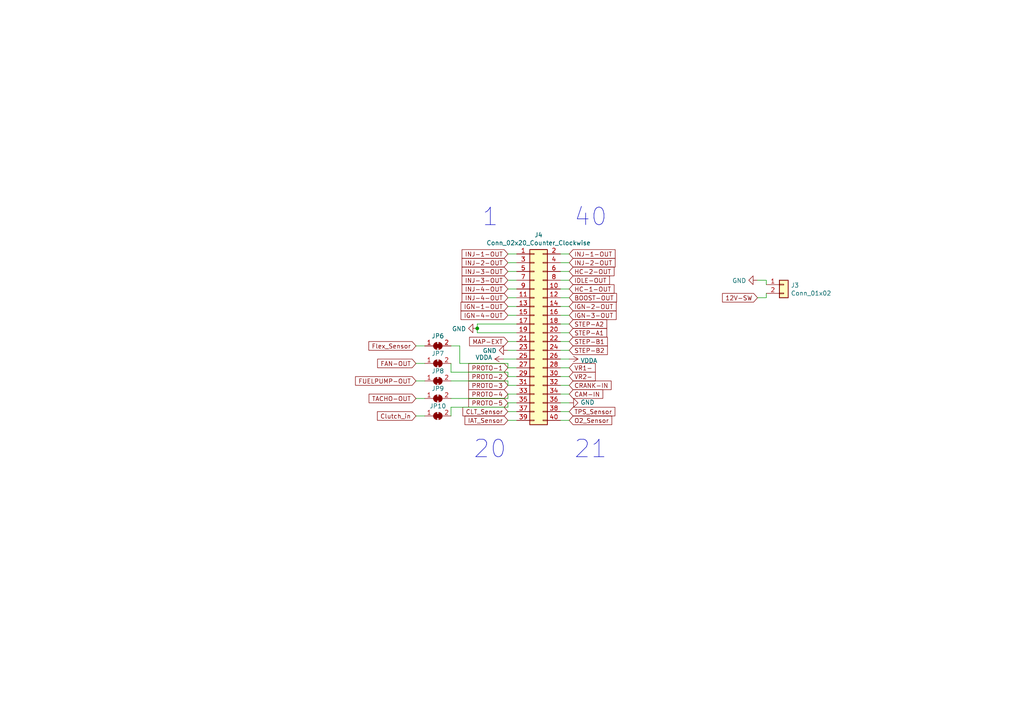
<source format=kicad_sch>
(kicad_sch (version 20230121) (generator eeschema)
  (paper "A4")
  (title_block (title "0.4") (date "2024-08-07") (rev "4e") (company "Speeduino") (comment 1 "Updated by Kenneth \"Cmdr_scotty\" Walters"))
  (lib_symbols
    (symbol "Connector_Generic:Conn_01x02" (pin_names (offset 1.016) hide)
      (property "Reference" "J" (at 0 2.54 0))
      (property "Value" "Conn_01x02" (at 0 -5.08 0))
      (symbol "Conn_01x02_1_1"
        (rectangle (start -1.27 -2.413) (end 0 -2.667) (stroke (width 0.1524)))
        (rectangle (start -1.27 0.127) (end 0 -0.127) (stroke (width 0.1524)))
        (rectangle (start -1.27 1.27) (end 1.27 -3.81) (stroke (width 0.254)) (fill (type background)))
        (pin passive line (at -5.08 0 0) (length 3.81) (name "Pin_1") (number "1"))
        (pin passive line (at -5.08 -2.54 0) (length 3.81) (name "Pin_2") (number "2"))
      )
    )
    (symbol "Connector_Generic:Conn_02x20_Odd_Even" (pin_names (offset 1.016) hide)
      (property "Reference" "J" (at 1.27 25.4 0))
      (property "Value" "Conn_02x20_Odd_Even" (at 1.27 -27.94 0))
      (symbol "Conn_02x20_Odd_Even_1_1"
        (rectangle (start -1.27 -25.273) (end 0 -25.527) (stroke (width 0.1524)))
        (rectangle (start -1.27 -22.733) (end 0 -22.987) (stroke (width 0.1524)))
        (rectangle (start -1.27 -20.193) (end 0 -20.447) (stroke (width 0.1524)))
        (rectangle (start -1.27 -17.653) (end 0 -17.907) (stroke (width 0.1524)))
        (rectangle (start -1.27 -15.113) (end 0 -15.367) (stroke (width 0.1524)))
        (rectangle (start -1.27 -12.573) (end 0 -12.827) (stroke (width 0.1524)))
        (rectangle (start -1.27 -10.033) (end 0 -10.287) (stroke (width 0.1524)))
        (rectangle (start -1.27 -7.493) (end 0 -7.747) (stroke (width 0.1524)))
        (rectangle (start -1.27 -4.953) (end 0 -5.207) (stroke (width 0.1524)))
        (rectangle (start -1.27 -2.413) (end 0 -2.667) (stroke (width 0.1524)))
        (rectangle (start -1.27 0.127) (end 0 -0.127) (stroke (width 0.1524)))
        (rectangle (start -1.27 2.667) (end 0 2.413) (stroke (width 0.1524)))
        (rectangle (start -1.27 5.207) (end 0 4.953) (stroke (width 0.1524)))
        (rectangle (start -1.27 7.747) (end 0 7.493) (stroke (width 0.1524)))
        (rectangle (start -1.27 10.287) (end 0 10.033) (stroke (width 0.1524)))
        (rectangle (start -1.27 12.827) (end 0 12.573) (stroke (width 0.1524)))
        (rectangle (start -1.27 15.367) (end 0 15.113) (stroke (width 0.1524)))
        (rectangle (start -1.27 17.907) (end 0 17.653) (stroke (width 0.1524)))
        (rectangle (start -1.27 20.447) (end 0 20.193) (stroke (width 0.1524)))
        (rectangle (start -1.27 22.987) (end 0 22.733) (stroke (width 0.1524)))
        (rectangle (start -1.27 24.13) (end 3.81 -26.67) (stroke (width 0.254)) (fill (type background)))
        (rectangle (start 3.81 -25.273) (end 2.54 -25.527) (stroke (width 0.1524)))
        (rectangle (start 3.81 -22.733) (end 2.54 -22.987) (stroke (width 0.1524)))
        (rectangle (start 3.81 -20.193) (end 2.54 -20.447) (stroke (width 0.1524)))
        (rectangle (start 3.81 -17.653) (end 2.54 -17.907) (stroke (width 0.1524)))
        (rectangle (start 3.81 -15.113) (end 2.54 -15.367) (stroke (width 0.1524)))
        (rectangle (start 3.81 -12.573) (end 2.54 -12.827) (stroke (width 0.1524)))
        (rectangle (start 3.81 -10.033) (end 2.54 -10.287) (stroke (width 0.1524)))
        (rectangle (start 3.81 -7.493) (end 2.54 -7.747) (stroke (width 0.1524)))
        (rectangle (start 3.81 -4.953) (end 2.54 -5.207) (stroke (width 0.1524)))
        (rectangle (start 3.81 -2.413) (end 2.54 -2.667) (stroke (width 0.1524)))
        (rectangle (start 3.81 0.127) (end 2.54 -0.127) (stroke (width 0.1524)))
        (rectangle (start 3.81 2.667) (end 2.54 2.413) (stroke (width 0.1524)))
        (rectangle (start 3.81 5.207) (end 2.54 4.953) (stroke (width 0.1524)))
        (rectangle (start 3.81 7.747) (end 2.54 7.493) (stroke (width 0.1524)))
        (rectangle (start 3.81 10.287) (end 2.54 10.033) (stroke (width 0.1524)))
        (rectangle (start 3.81 12.827) (end 2.54 12.573) (stroke (width 0.1524)))
        (rectangle (start 3.81 15.367) (end 2.54 15.113) (stroke (width 0.1524)))
        (rectangle (start 3.81 17.907) (end 2.54 17.653) (stroke (width 0.1524)))
        (rectangle (start 3.81 20.447) (end 2.54 20.193) (stroke (width 0.1524)))
        (rectangle (start 3.81 22.987) (end 2.54 22.733) (stroke (width 0.1524)))
        (pin passive line (at -5.08 22.86 0) (length 3.81) (name "Pin_1") (number "1"))
        (pin passive line (at 7.62 12.7 180) (length 3.81) (name "Pin_10") (number "10"))
        (pin passive line (at -5.08 10.16 0) (length 3.81) (name "Pin_11") (number "11"))
        (pin passive line (at 7.62 10.16 180) (length 3.81) (name "Pin_12") (number "12"))
        (pin passive line (at -5.08 7.62 0) (length 3.81) (name "Pin_13") (number "13"))
        (pin passive line (at 7.62 7.62 180) (length 3.81) (name "Pin_14") (number "14"))
        (pin passive line (at -5.08 5.08 0) (length 3.81) (name "Pin_15") (number "15"))
        (pin passive line (at 7.62 5.08 180) (length 3.81) (name "Pin_16") (number "16"))
        (pin passive line (at -5.08 2.54 0) (length 3.81) (name "Pin_17") (number "17"))
        (pin passive line (at 7.62 2.54 180) (length 3.81) (name "Pin_18") (number "18"))
        (pin passive line (at -5.08 0 0) (length 3.81) (name "Pin_19") (number "19"))
        (pin passive line (at 7.62 22.86 180) (length 3.81) (name "Pin_2") (number "2"))
        (pin passive line (at 7.62 0 180) (length 3.81) (name "Pin_20") (number "20"))
        (pin passive line (at -5.08 -2.54 0) (length 3.81) (name "Pin_21") (number "21"))
        (pin passive line (at 7.62 -2.54 180) (length 3.81) (name "Pin_22") (number "22"))
        (pin passive line (at -5.08 -5.08 0) (length 3.81) (name "Pin_23") (number "23"))
        (pin passive line (at 7.62 -5.08 180) (length 3.81) (name "Pin_24") (number "24"))
        (pin passive line (at -5.08 -7.62 0) (length 3.81) (name "Pin_25") (number "25"))
        (pin passive line (at 7.62 -7.62 180) (length 3.81) (name "Pin_26") (number "26"))
        (pin passive line (at -5.08 -10.16 0) (length 3.81) (name "Pin_27") (number "27"))
        (pin passive line (at 7.62 -10.16 180) (length 3.81) (name "Pin_28") (number "28"))
        (pin passive line (at -5.08 -12.7 0) (length 3.81) (name "Pin_29") (number "29"))
        (pin passive line (at -5.08 20.32 0) (length 3.81) (name "Pin_3") (number "3"))
        (pin passive line (at 7.62 -12.7 180) (length 3.81) (name "Pin_30") (number "30"))
        (pin passive line (at -5.08 -15.24 0) (length 3.81) (name "Pin_31") (number "31"))
        (pin passive line (at 7.62 -15.24 180) (length 3.81) (name "Pin_32") (number "32"))
        (pin passive line (at -5.08 -17.78 0) (length 3.81) (name "Pin_33") (number "33"))
        (pin passive line (at 7.62 -17.78 180) (length 3.81) (name "Pin_34") (number "34"))
        (pin passive line (at -5.08 -20.32 0) (length 3.81) (name "Pin_35") (number "35"))
        (pin passive line (at 7.62 -20.32 180) (length 3.81) (name "Pin_36") (number "36"))
        (pin passive line (at -5.08 -22.86 0) (length 3.81) (name "Pin_37") (number "37"))
        (pin passive line (at 7.62 -22.86 180) (length 3.81) (name "Pin_38") (number "38"))
        (pin passive line (at -5.08 -25.4 0) (length 3.81) (name "Pin_39") (number "39"))
        (pin passive line (at 7.62 20.32 180) (length 3.81) (name "Pin_4") (number "4"))
        (pin passive line (at 7.62 -25.4 180) (length 3.81) (name "Pin_40") (number "40"))
        (pin passive line (at -5.08 17.78 0) (length 3.81) (name "Pin_5") (number "5"))
        (pin passive line (at 7.62 17.78 180) (length 3.81) (name "Pin_6") (number "6"))
        (pin passive line (at -5.08 15.24 0) (length 3.81) (name "Pin_7") (number "7"))
        (pin passive line (at 7.62 15.24 180) (length 3.81) (name "Pin_8") (number "8"))
        (pin passive line (at -5.08 12.7 0) (length 3.81) (name "Pin_9") (number "9"))
      )
    )
    (symbol "Jumper:SolderJumper_2_Bridged" (pin_names (offset 0) hide)
      (property "Reference" "JP" (at 0 2.032 0))
      (property "Value" "SolderJumper_2_Bridged" (at 0 -2.54 0))
      (symbol "SolderJumper_2_Bridged_0_1"
        (rectangle (start -0.508 0.508) (end 0.508 -0.508) (fill (type outline)))
        (arc (start -0.254 1.016) (mid -1.2656 0) (end -0.254 -1.016))
        (arc (start -0.254 1.016) (mid -1.2656 0) (end -0.254 -1.016) (fill (type outline)))
        (polyline (pts (xy -0.254 1.016) (xy -0.254 -1.016)))
        (polyline (pts (xy 0.254 1.016) (xy 0.254 -1.016)))
        (arc (start 0.254 -1.016) (mid 1.2656 0) (end 0.254 1.016))
        (arc (start 0.254 -1.016) (mid 1.2656 0) (end 0.254 1.016) (fill (type outline)))
      )
      (symbol "SolderJumper_2_Bridged_1_1"
        (pin passive line (at -3.81 0 0) (length 2.54) (name "A") (number "1"))
        (pin passive line (at 3.81 0 180) (length 2.54) (name "B") (number "2"))
      )
    )
    (symbol "power:GND" (power) (pin_names (offset 0))
      (property "Value" "GND" (at 0 -3.81 0))
      (symbol "GND_0_1"
        (polyline (pts (xy 0 0) (xy 0 -1.27) (xy 1.27 -1.27) (xy 0 -2.54) (xy -1.27 -1.27) (xy 0 -1.27)))
      )
      (symbol "GND_1_1"
        (pin power_in line (at 0 0 270) (length 0) hide (name "GND") (number "1"))
      )
    )
    (symbol "power:VDDA" (power) (pin_names (offset 0))
      (property "Value" "VDDA" (at 0 3.81 0))
      (symbol "VDDA_0_1"
        (polyline (pts (xy -0.762 1.27) (xy 0 2.54)))
        (polyline (pts (xy 0 0) (xy 0 2.54)))
        (polyline (pts (xy 0 2.54) (xy 0.762 1.27)))
      )
      (symbol "VDDA_1_1"
        (pin power_in line (at 0 0 90) (length 0) hide (name "VDDA") (number "1"))
      )
    )
  )
  (junction (at 138.43 95.25))
  (wire (pts (xy 149.86 119.38) (xy 147.32 119.38)))
  (wire (pts (xy 147.32 107.95) (xy 147.32 109.22)))
  (wire (pts (xy 130.81 118.11) (xy 147.32 118.11)))
  (wire (pts (xy 130.81 105.41) (xy 130.81 107.95)))
  (wire (pts (xy 120.65 105.41) (xy 123.19 105.41)))
  (wire (pts (xy 149.86 91.44) (xy 147.32 91.44)))
  (wire (pts (xy 165.1 104.14) (xy 162.56 104.14)))
  (wire (pts (xy 222.25 86.36) (xy 222.25 85.09)))
  (wire (pts (xy 149.86 114.3) (xy 147.32 114.3)))
  (wire (pts (xy 147.32 115.57) (xy 147.32 114.3)))
  (wire (pts (xy 120.65 120.65) (xy 123.19 120.65)))
  (wire (pts (xy 138.43 93.98) (xy 138.43 95.25)))
  (wire (pts (xy 162.56 96.52) (xy 165.1 96.52)))
  (wire (pts (xy 165.1 109.22) (xy 162.56 109.22)))
  (wire (pts (xy 147.32 105.41) (xy 147.32 106.68)))
  (wire (pts (xy 165.1 119.38) (xy 162.56 119.38)))
  (wire (pts (xy 165.1 86.36) (xy 162.56 86.36)))
  (wire (pts (xy 130.81 120.65) (xy 130.81 118.11)))
  (wire (pts (xy 130.81 115.57) (xy 147.32 115.57)))
  (wire (pts (xy 165.1 99.06) (xy 162.56 99.06)))
  (wire (pts (xy 219.71 81.28) (xy 222.25 81.28)))
  (wire (pts (xy 162.56 91.44) (xy 165.1 91.44)))
  (wire (pts (xy 222.25 81.28) (xy 222.25 82.55)))
  (wire (pts (xy 162.56 111.76) (xy 165.1 111.76)))
  (wire (pts (xy 147.32 118.11) (xy 147.32 116.84)))
  (wire (pts (xy 162.56 81.28) (xy 165.1 81.28)))
  (wire (pts (xy 120.65 100.33) (xy 123.19 100.33)))
  (wire (pts (xy 162.56 106.68) (xy 165.1 106.68)))
  (wire (pts (xy 147.32 78.74) (xy 149.86 78.74)))
  (wire (pts (xy 165.1 114.3) (xy 162.56 114.3)))
  (wire (pts (xy 162.56 73.66) (xy 165.1 73.66)))
  (wire (pts (xy 219.71 86.36) (xy 222.25 86.36)))
  (wire (pts (xy 146.05 104.14) (xy 149.86 104.14)))
  (wire (pts (xy 165.1 83.82) (xy 162.56 83.82)))
  (wire (pts (xy 147.32 83.82) (xy 149.86 83.82)))
  (wire (pts (xy 133.35 105.41) (xy 147.32 105.41)))
  (wire (pts (xy 147.32 99.06) (xy 149.86 99.06)))
  (wire (pts (xy 165.1 93.98) (xy 162.56 93.98)))
  (wire (pts (xy 149.86 76.2) (xy 147.32 76.2)))
  (wire (pts (xy 165.1 76.2) (xy 162.56 76.2)))
  (wire (pts (xy 120.65 115.57) (xy 123.19 115.57)))
  (wire (pts (xy 147.32 88.9) (xy 149.86 88.9)))
  (wire (pts (xy 149.86 96.52) (xy 138.43 96.52)))
  (wire (pts (xy 149.86 116.84) (xy 147.32 116.84)))
  (wire (pts (xy 130.81 107.95) (xy 147.32 107.95)))
  (wire (pts (xy 149.86 86.36) (xy 147.32 86.36)))
  (wire (pts (xy 162.56 116.84) (xy 165.1 116.84)))
  (wire (pts (xy 147.32 111.76) (xy 149.86 111.76)))
  (wire (pts (xy 149.86 81.28) (xy 147.32 81.28)))
  (wire (pts (xy 133.35 100.33) (xy 133.35 105.41)))
  (wire (pts (xy 147.32 73.66) (xy 149.86 73.66)))
  (wire (pts (xy 162.56 78.74) (xy 165.1 78.74)))
  (wire (pts (xy 147.32 110.49) (xy 147.32 111.76)))
  (wire (pts (xy 147.32 106.68) (xy 149.86 106.68)))
  (wire (pts (xy 120.65 110.49) (xy 123.19 110.49)))
  (wire (pts (xy 162.56 101.6) (xy 165.1 101.6)))
  (wire (pts (xy 130.81 100.33) (xy 133.35 100.33)))
  (wire (pts (xy 130.81 110.49) (xy 147.32 110.49)))
  (wire (pts (xy 147.32 101.6) (xy 149.86 101.6)))
  (wire (pts (xy 138.43 96.52) (xy 138.43 95.25)))
  (wire (pts (xy 162.56 121.92) (xy 165.1 121.92)))
  (wire (pts (xy 149.86 93.98) (xy 138.43 93.98)))
  (wire (pts (xy 147.32 121.92) (xy 149.86 121.92)))
  (wire (pts (xy 149.86 109.22) (xy 147.32 109.22)))
  (wire (pts (xy 165.1 88.9) (xy 162.56 88.9)))
  (text "21" (at 166.37 133.35 0) (effects (font (size 5.08 5.08)) (justify left bottom)))
  (text "20" (at 137.16 133.35 0) (effects (font (size 5.08 5.08)) (justify left bottom)))
  (text "40" (at 166.37 66.04 0) (effects (font (size 5.08 5.08)) (justify left bottom)))
  (text "1" (at 139.7 66.04 0) (effects (font (size 5.08 5.08)) (justify left bottom)))
  (global_label "IGN-4-OUT" (shape input) (at 147.32 91.44 180) (property "Intersheetrefs" "${INTERSHEET_REFS}" (effects hide)))
  (global_label "12V-SW" (shape input) (at 219.71 86.36 180) (property "Intersheetrefs" "${INTERSHEET_REFS}" (effects hide)))
  (global_label "Flex_Sensor" (shape input) (at 120.65 100.33 180) (property "Intersheetrefs" "${INTERSHEET_REFS}" (effects hide)))
  (global_label "CLT_Sensor" (shape input) (at 147.32 119.38 180) (property "Intersheetrefs" "${INTERSHEET_REFS}" (effects hide)))
  (global_label "FAN-OUT" (shape input) (at 120.65 105.41 180) (property "Intersheetrefs" "${INTERSHEET_REFS}" (effects hide)))
  (global_label "BOOST-OUT" (shape input) (at 165.1 86.36 0) (property "Intersheetrefs" "${INTERSHEET_REFS}" (effects hide)))
  (global_label "IAT_Sensor" (shape input) (at 147.32 121.92 180) (property "Intersheetrefs" "${INTERSHEET_REFS}" (effects hide)))
  (global_label "VR1-" (shape input) (at 165.1 106.68 0) (property "Intersheetrefs" "${INTERSHEET_REFS}" (effects hide)))
  (global_label "O2_Sensor" (shape input) (at 165.1 121.92 0) (property "Intersheetrefs" "${INTERSHEET_REFS}" (effects hide)))
  (global_label "STEP-A1" (shape input) (at 165.1 96.52 0) (property "Intersheetrefs" "${INTERSHEET_REFS}" (effects hide)))
  (global_label "INJ-1-OUT" (shape input) (at 147.32 73.66 180) (property "Intersheetrefs" "${INTERSHEET_REFS}" (effects hide)))
  (global_label "PROTO-4" (shape input) (at 147.32 114.3 180) (property "Intersheetrefs" "${INTERSHEET_REFS}" (effects hide)))
  (global_label "TPS_Sensor" (shape input) (at 165.1 119.38 0) (property "Intersheetrefs" "${INTERSHEET_REFS}" (effects hide)))
  (global_label "INJ-4-OUT" (shape input) (at 147.32 86.36 180) (property "Intersheetrefs" "${INTERSHEET_REFS}" (effects hide)))
  (global_label "INJ-3-OUT" (shape input) (at 147.32 81.28 180) (property "Intersheetrefs" "${INTERSHEET_REFS}" (effects hide)))
  (global_label "INJ-2-OUT" (shape input) (at 165.1 76.2 0) (property "Intersheetrefs" "${INTERSHEET_REFS}" (effects hide)))
  (global_label "TACHO-OUT" (shape input) (at 120.65 115.57 180) (property "Intersheetrefs" "${INTERSHEET_REFS}" (effects hide)))
  (global_label "VR2-" (shape input) (at 165.1 109.22 0) (property "Intersheetrefs" "${INTERSHEET_REFS}" (effects hide)))
  (global_label "PROTO-3" (shape input) (at 147.32 111.76 180) (property "Intersheetrefs" "${INTERSHEET_REFS}" (effects hide)))
  (global_label "PROTO-2" (shape input) (at 147.32 109.22 180) (property "Intersheetrefs" "${INTERSHEET_REFS}" (effects hide)))
  (global_label "INJ-2-OUT" (shape input) (at 147.32 76.2 180) (property "Intersheetrefs" "${INTERSHEET_REFS}" (effects hide)))
  (global_label "HC-2-OUT" (shape input) (at 165.1 78.74 0) (property "Intersheetrefs" "${INTERSHEET_REFS}" (effects hide)))
  (global_label "IGN-3-OUT" (shape input) (at 165.1 91.44 0) (property "Intersheetrefs" "${INTERSHEET_REFS}" (effects hide)))
  (global_label "CAM-IN" (shape input) (at 165.1 114.3 0) (property "Intersheetrefs" "${INTERSHEET_REFS}" (effects hide)))
  (global_label "HC-1-OUT" (shape input) (at 165.1 83.82 0) (property "Intersheetrefs" "${INTERSHEET_REFS}" (effects hide)))
  (global_label "MAP-EXT" (shape input) (at 147.32 99.06 180) (property "Intersheetrefs" "${INTERSHEET_REFS}" (effects hide)))
  (global_label "IDLE-OUT" (shape input) (at 165.1 81.28 0) (property "Intersheetrefs" "${INTERSHEET_REFS}" (effects hide)))
  (global_label "PROTO-1" (shape input) (at 147.32 106.68 180) (property "Intersheetrefs" "${INTERSHEET_REFS}" (effects hide)))
  (global_label "STEP-A2" (shape input) (at 165.1 93.98 0) (property "Intersheetrefs" "${INTERSHEET_REFS}" (effects hide)))
  (global_label "FUELPUMP-OUT" (shape input) (at 120.65 110.49 180) (property "Intersheetrefs" "${INTERSHEET_REFS}" (effects hide)))
  (global_label "STEP-B1" (shape input) (at 165.1 99.06 0) (property "Intersheetrefs" "${INTERSHEET_REFS}" (effects hide)))
  (global_label "Clutch_in" (shape input) (at 120.65 120.65 180) (property "Intersheetrefs" "${INTERSHEET_REFS}" (effects hide)))
  (global_label "INJ-1-OUT" (shape input) (at 165.1 73.66 0) (property "Intersheetrefs" "${INTERSHEET_REFS}" (effects hide)))
  (global_label "IGN-1-OUT" (shape input) (at 147.32 88.9 180) (property "Intersheetrefs" "${INTERSHEET_REFS}" (effects hide)))
  (global_label "INJ-4-OUT" (shape input) (at 147.32 83.82 180) (property "Intersheetrefs" "${INTERSHEET_REFS}" (effects hide)))
  (global_label "INJ-3-OUT" (shape input) (at 147.32 78.74 180) (property "Intersheetrefs" "${INTERSHEET_REFS}" (effects hide)))
  (global_label "CRANK-IN" (shape input) (at 165.1 111.76 0) (property "Intersheetrefs" "${INTERSHEET_REFS}" (effects hide)))
  (global_label "IGN-2-OUT" (shape input) (at 165.1 88.9 0) (property "Intersheetrefs" "${INTERSHEET_REFS}" (effects hide)))
  (global_label "PROTO-5" (shape input) (at 147.32 116.84 180) (property "Intersheetrefs" "${INTERSHEET_REFS}" (effects hide)))
  (global_label "STEP-B2" (shape input) (at 165.1 101.6 0) (property "Intersheetrefs" "${INTERSHEET_REFS}" (effects hide)))
  (symbol (lib_id "power:GND") (at 138.43 95.25 270) (unit 1)
    (property "Reference" "#PWR051" (effects hide))
    (property "Value" "GND" (at 135.1788 95.377 90) (effects (justify right)))
  )
  (symbol (lib_id "power:GND") (at 165.1 116.84 90) (unit 1)
    (property "Reference" "#PWR055" (effects hide))
    (property "Value" "GND" (at 168.3512 116.713 90) (effects (justify right)))
  )
  (symbol (lib_id "Connector_Generic:Conn_02x20_Odd_Even") (at 154.94 96.52 0) (unit 1)
    (property "Reference" "J4" (at 156.21 68.1482 0))
    (property "Value" "Conn_02x20_Counter_Clockwise" (at 156.21 70.4596 0))
    (property "Footprint" "Connector_IDC:IDC-Header_2x20_P2.54mm_Vertical" (effects hide))
  )
  (symbol (lib_id "power:VDDA") (at 165.1 104.14 270) (unit 1)
    (property "Reference" "#PWR054" (effects hide))
    (property "Value" "VDDA" (at 168.3512 104.5972 90) (effects (justify left)))
  )
  (symbol (lib_id "power:GND") (at 147.32 101.6 270) (unit 1)
    (property "Reference" "#PWR053" (effects hide))
    (property "Value" "GND" (at 144.0688 101.727 90) (effects (justify right)))
  )
  (symbol (lib_id "power:VDDA") (at 146.05 104.14 90) (unit 1)
    (property "Reference" "#PWR052" (effects hide))
    (property "Value" "VDDA" (at 142.7988 103.6828 90) (effects (justify left)))
  )
  (symbol (lib_id "Connector_Generic:Conn_01x02") (at 227.33 82.55 0) (unit 1)
    (property "Reference" "J3" (at 229.362 82.7532 0) (effects (justify left)))
    (property "Value" "Conn_01x02" (at 229.362 85.0646 0) (effects (justify left)))
    (property "Footprint" "TerminalBlock_Phoenix:TerminalBlock_Phoenix_PT-1,5-2-5.0-H_1x02_P5.00mm_Horizontal" (effects hide))
  )
  (symbol (lib_id "power:GND") (at 219.71 81.28 270) (unit 1)
    (property "Reference" "#PWR0109" (effects hide))
    (property "Value" "GND" (at 216.4588 81.407 90) (effects (justify right)))
  )
  (symbol (lib_id "Jumper:SolderJumper_2_Bridged") (at 127 105.41 0) (unit 1)
    (property "Reference" "JP7" (at 127 102.5398 0))
    (property "Value" "SolderJumper_2_Bridged" (effects hide))
    (property "Footprint" "Jumper:SolderJumper-2_P1.3mm_Bridged_Pad1.0x1.5mm" (effects hide))
  )
  (symbol (lib_id "Jumper:SolderJumper_2_Bridged") (at 127 110.49 0) (unit 1)
    (property "Reference" "JP8" (at 127 107.6198 0))
    (property "Value" "SolderJumper_2_Bridged" (effects hide))
    (property "Footprint" "Jumper:SolderJumper-2_P1.3mm_Bridged_Pad1.0x1.5mm" (effects hide))
  )
  (symbol (lib_id "Jumper:SolderJumper_2_Bridged") (at 127 115.57 0) (unit 1)
    (property "Reference" "JP9" (at 127 112.6998 0))
    (property "Value" "SolderJumper_2_Bridged" (effects hide))
    (property "Footprint" "Jumper:SolderJumper-2_P1.3mm_Bridged_Pad1.0x1.5mm" (effects hide))
  )
  (symbol (lib_id "Jumper:SolderJumper_2_Bridged") (at 127 120.65 0) (unit 1)
    (property "Reference" "JP10" (at 127 117.7798 0))
    (property "Value" "SolderJumper_2_Bridged" (effects hide))
    (property "Footprint" "Jumper:SolderJumper-2_P1.3mm_Bridged_Pad1.0x1.5mm" (effects hide))
  )
  (symbol (lib_id "Jumper:SolderJumper_2_Bridged") (at 127 100.33 0) (unit 1)
    (property "Reference" "JP6" (at 127 97.4598 0))
    (property "Value" "SolderJumper_2_Bridged" (effects hide))
    (property "Footprint" "Jumper:SolderJumper-2_P1.3mm_Bridged_Pad1.0x1.5mm" (effects hide))
  )
)
</source>
